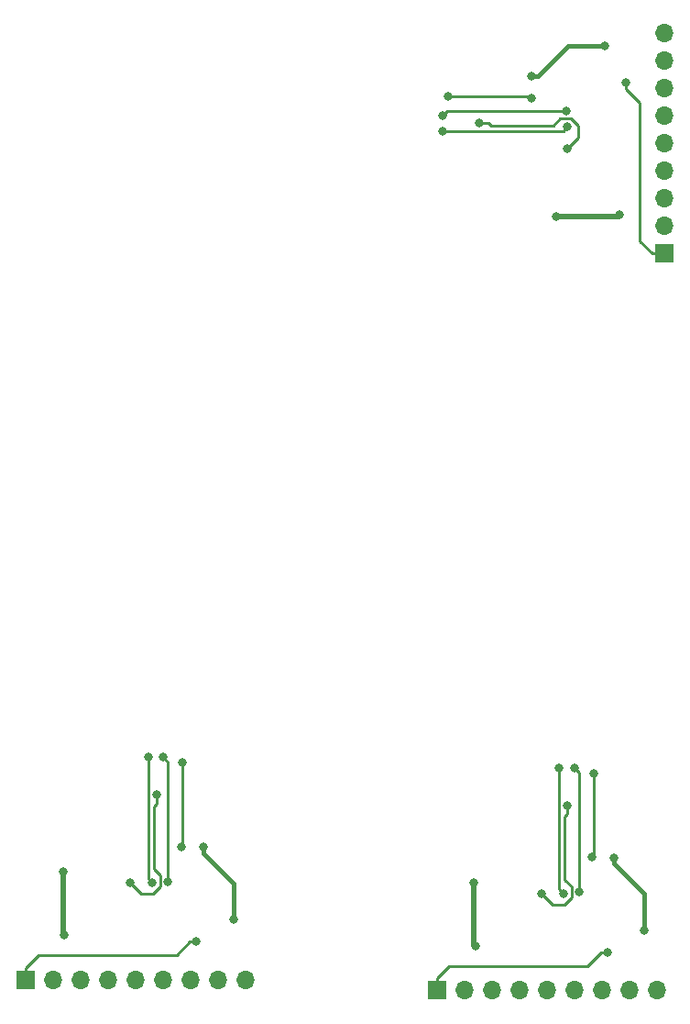
<source format=gbl>
%MOIN*%
%OFA0B0*%
%FSLAX46Y46*%
%IPPOS*%
%LPD*%
%ADD10R,0.066929133858267723X0.066929133858267723*%
%ADD11O,0.066929133858267723X0.066929133858267723*%
%ADD12C,0.031496062992125991*%
%ADD13C,0.01968503937007874*%
%ADD14C,0.00984251968503937*%
%ADD15C,0.015748031496062995*%
%ADD26R,0.066929133858267723X0.066929133858267723*%
%ADD27O,0.066929133858267723X0.066929133858267723*%
%ADD28C,0.031496062992125991*%
%ADD29C,0.01968503937007874*%
%ADD30C,0.00984251968503937*%
%ADD31C,0.015748031496062995*%
%ADD32R,0.066929133858267723X0.066929133858267723*%
%ADD33O,0.066929133858267723X0.066929133858267723*%
%ADD34C,0.031496062992125991*%
%ADD35C,0.01968503937007874*%
%ADD36C,0.00984251968503937*%
%ADD37C,0.015748031496062995*%
G01*
D10*
X-0004094488Y0004055118D02*
X0000314960Y0000118110D03*
D11*
X0000414960Y0000118110D03*
X0000514960Y0000118110D03*
X0000614960Y0000118110D03*
X0000714960Y0000118110D03*
X0000814960Y0000118110D03*
X0000914960Y0000118110D03*
X0001014960Y0000118110D03*
X0001114960Y0000118110D03*
D12*
X0000450511Y0000510118D03*
X0000455511Y0000280118D03*
X0000960511Y0000600118D03*
X0001070511Y0000335118D03*
X0000935039Y0000255905D03*
X0000885511Y0000905118D03*
X0000880511Y0000601574D03*
X0000832598Y0000474679D03*
X0000815511Y0000925118D03*
X0000695511Y0000470118D03*
X0000790511Y0000790118D03*
X0000775511Y0000470118D03*
X0000760511Y0000925118D03*
D13*
X0000450511Y0000510118D02*
X0000450511Y0000285118D01*
D14*
X0000450511Y0000285118D02*
X0000455511Y0000280118D01*
D15*
X0000960511Y0000577847D02*
X0001070511Y0000467847D01*
X0000960511Y0000600118D02*
X0000960511Y0000577847D01*
X0001070511Y0000467847D02*
X0001070511Y0000335118D01*
D14*
X0000912768Y0000255905D02*
X0000863555Y0000206692D01*
X0000935039Y0000255905D02*
X0000912768Y0000255905D01*
X0000314960Y0000161417D02*
X0000314960Y0000118110D01*
X0000360236Y0000206692D02*
X0000314960Y0000161417D01*
X0000863555Y0000206692D02*
X0000360236Y0000206692D01*
X0000885511Y0000905118D02*
X0000885511Y0000606574D01*
X0000885511Y0000606574D02*
X0000880511Y0000601574D01*
X0000832598Y0000908031D02*
X0000815511Y0000925118D01*
X0000832598Y0000855118D02*
X0000832598Y0000908031D01*
X0000832598Y0000855118D02*
X0000832598Y0000898031D01*
X0000832598Y0000474679D02*
X0000832598Y0000855118D01*
X0000790511Y0000757847D02*
X0000780511Y0000747847D01*
X0000790511Y0000780118D02*
X0000790511Y0000757847D01*
X0000780511Y0000747847D02*
X0000780511Y0000520118D01*
X0000804055Y0000456417D02*
X0000777755Y0000430118D01*
X0000780511Y0000520118D02*
X0000804055Y0000496574D01*
X0000804055Y0000496574D02*
X0000804055Y0000456417D01*
X0000777755Y0000430118D02*
X0000735511Y0000430118D01*
X0000735511Y0000430118D02*
X0000695511Y0000470118D01*
X0000790511Y0000790118D02*
X0000790511Y0000757847D01*
X0000760511Y0000879337D02*
X0000760511Y0000485118D01*
X0000760511Y0000485118D02*
X0000775511Y0000470118D01*
X0000760511Y0000879337D02*
X0000760511Y0000925118D01*
G04 next file*
G04 #@! TF.GenerationSoftware,KiCad,Pcbnew,(5.0.0)*
G04 #@! TF.CreationDate,2019-07-31T00:08:18+03:00*
G04 #@! TF.ProjectId,ST7789_V_FCP_Board,5354373738395F565F4643505F426F61,rev?*
G04 #@! TF.SameCoordinates,Original*
G04 #@! TF.FileFunction,Copper,L2,Bot,Signal*
G04 #@! TF.FilePolarity,Positive*
G04 Gerber Fmt 4.6, Leading zero omitted, Abs format (unit mm)*
G04 Created by KiCad (PCBNEW (5.0.0)) date 07/31/19 00:08:18*
G01*
G04 APERTURE LIST*
G04 #@! TA.AperFunction,ComponentPad*
G04 #@! TD*
G04 #@! TA.AperFunction,ComponentPad*
G04 #@! TD*
G04 #@! TA.AperFunction,ViaPad*
G04 #@! TD*
G04 #@! TA.AperFunction,Conductor*
G04 #@! TD*
G04 #@! TA.AperFunction,Conductor*
G04 #@! TD*
G04 #@! TA.AperFunction,Conductor*
G04 #@! TD*
G04 APERTURE END LIST*
D26*
G04 #@! TO.P,J1,1*
G04 #@! TO.N,VCC*
X-0002598425Y0004015748D02*
X0001811023Y0000078740D03*
D27*
G04 #@! TO.P,J1,2*
G04 #@! TO.N,GND*
X0001911023Y0000078740D03*
G04 #@! TO.P,J1,3*
G04 #@! TO.N,/RS*
X0002011023Y0000078740D03*
G04 #@! TO.P,J1,4*
G04 #@! TO.N,/SDA*
X0002111023Y0000078740D03*
G04 #@! TO.P,J1,5*
G04 #@! TO.N,/SCLK*
X0002211023Y0000078740D03*
G04 #@! TO.P,J1,6*
G04 #@! TO.N,/FMARK*
X0002311023Y0000078740D03*
G04 #@! TO.P,J1,7*
G04 #@! TO.N,/CS*
X0002411023Y0000078740D03*
G04 #@! TO.P,J1,8*
G04 #@! TO.N,/RESET*
X0002511023Y0000078740D03*
G04 #@! TO.P,J1,9*
G04 #@! TO.N,N/C*
X0002611023Y0000078740D03*
G04 #@! TD*
D28*
G04 #@! TO.N,GND*
X0001946574Y0000470747D03*
X0001951574Y0000240747D03*
X0002456574Y0000560747D03*
X0002566574Y0000295748D03*
G04 #@! TO.N,VCC*
X0002431102Y0000216535D03*
G04 #@! TO.N,/1.8V*
X0002381574Y0000865747D03*
X0002376574Y0000562204D03*
G04 #@! TO.N,/CS_1.8*
X0002328661Y0000435309D03*
X0002311574Y0000885748D03*
G04 #@! TO.N,/RS_1.8*
X0002191574Y0000430748D03*
X0002286574Y0000750748D03*
G04 #@! TO.N,/FMARK_1.8*
X0002271574Y0000430748D03*
X0002256574Y0000885748D03*
G04 #@! TD*
D29*
G04 #@! TO.N,GND*
X0001946574Y0000470747D02*
X0001946574Y0000245748D01*
D30*
X0001946574Y0000245748D02*
X0001951574Y0000240747D01*
D31*
X0002456574Y0000538476D02*
X0002566574Y0000428476D01*
X0002456574Y0000560747D02*
X0002456574Y0000538476D01*
X0002566574Y0000428476D02*
X0002566574Y0000295748D01*
D30*
G04 #@! TO.N,VCC*
X0002408831Y0000216535D02*
X0002359618Y0000167322D01*
X0002431102Y0000216535D02*
X0002408831Y0000216535D01*
X0001811023Y0000122047D02*
X0001811023Y0000078740D01*
X0001856299Y0000167322D02*
X0001811023Y0000122047D01*
X0002359618Y0000167322D02*
X0001856299Y0000167322D01*
G04 #@! TO.N,/1.8V*
X0002381574Y0000865747D02*
X0002381574Y0000567204D01*
X0002381574Y0000567204D02*
X0002376574Y0000562204D01*
G04 #@! TO.N,/CS_1.8*
X0002328661Y0000868661D02*
X0002311574Y0000885748D01*
X0002328661Y0000815748D02*
X0002328661Y0000868661D01*
X0002328661Y0000815748D02*
X0002328661Y0000858661D01*
X0002328661Y0000435309D02*
X0002328661Y0000815748D01*
G04 #@! TO.N,/RS_1.8*
X0002286574Y0000718476D02*
X0002276574Y0000708476D01*
X0002286574Y0000740747D02*
X0002286574Y0000718476D01*
X0002276574Y0000708476D02*
X0002276574Y0000480747D01*
X0002300118Y0000417047D02*
X0002273818Y0000390747D01*
X0002276574Y0000480747D02*
X0002300118Y0000457204D01*
X0002300118Y0000457204D02*
X0002300118Y0000417047D01*
X0002273818Y0000390747D02*
X0002231574Y0000390747D01*
X0002231574Y0000390747D02*
X0002191574Y0000430748D01*
X0002286574Y0000750748D02*
X0002286574Y0000718476D01*
G04 #@! TO.N,/FMARK_1.8*
X0002256574Y0000839966D02*
X0002256574Y0000445748D01*
X0002256574Y0000445748D02*
X0002271574Y0000430748D01*
X0002256574Y0000839966D02*
X0002256574Y0000885748D01*
G04 #@! TD*
G04 next file*
G04 #@! TF.GenerationSoftware,KiCad,Pcbnew,(5.0.0)*
G04 #@! TF.CreationDate,2019-07-31T00:08:18+03:00*
G04 #@! TF.ProjectId,ST7789_V_FCP_Board,5354373738395F565F4643505F426F61,rev?*
G04 #@! TF.SameCoordinates,Original*
G04 #@! TF.FileFunction,Copper,L2,Bot,Signal*
G04 #@! TF.FilePolarity,Positive*
G04 Gerber Fmt 4.6, Leading zero omitted, Abs format (unit mm)*
G04 Created by KiCad (PCBNEW (5.0.0)) date 07/31/19 00:08:18*
G01*
G04 APERTURE LIST*
G04 #@! TA.AperFunction,ComponentPad*
G04 #@! TD*
G04 #@! TA.AperFunction,ComponentPad*
G04 #@! TD*
G04 #@! TA.AperFunction,ViaPad*
G04 #@! TD*
G04 #@! TA.AperFunction,Conductor*
G04 #@! TD*
G04 #@! TA.AperFunction,Conductor*
G04 #@! TD*
G04 #@! TA.AperFunction,Conductor*
G04 #@! TD*
G04 APERTURE END LIST*
D32*
G04 #@! TO.P,J1,1*
G04 #@! TO.N,VCC*
X-0001299212Y-0001653543D02*
X0002637795Y0002755905D03*
D33*
G04 #@! TO.P,J1,2*
G04 #@! TO.N,GND*
X0002637795Y0002855905D03*
G04 #@! TO.P,J1,3*
G04 #@! TO.N,/RS*
X0002637795Y0002955905D03*
G04 #@! TO.P,J1,4*
G04 #@! TO.N,/SDA*
X0002637795Y0003055905D03*
G04 #@! TO.P,J1,5*
G04 #@! TO.N,/SCLK*
X0002637795Y0003155905D03*
G04 #@! TO.P,J1,6*
G04 #@! TO.N,/FMARK*
X0002637795Y0003255905D03*
G04 #@! TO.P,J1,7*
G04 #@! TO.N,/CS*
X0002637795Y0003355905D03*
G04 #@! TO.P,J1,8*
G04 #@! TO.N,/RESET*
X0002637795Y0003455905D03*
G04 #@! TO.P,J1,9*
G04 #@! TO.N,N/C*
X0002637795Y0003555905D03*
G04 #@! TD*
D34*
G04 #@! TO.N,GND*
X0002245787Y0002891456D03*
X0002475787Y0002896456D03*
X0002155787Y0003401456D03*
X0002420787Y0003511456D03*
G04 #@! TO.N,VCC*
X0002500000Y0003375984D03*
G04 #@! TO.N,/1.8V*
X0001850787Y0003326456D03*
X0002154330Y0003321456D03*
G04 #@! TO.N,/CS_1.8*
X0002281225Y0003273543D03*
X0001830787Y0003256456D03*
G04 #@! TO.N,/RS_1.8*
X0002285787Y0003136456D03*
X0001965787Y0003231456D03*
G04 #@! TO.N,/FMARK_1.8*
X0002285787Y0003216456D03*
X0001830787Y0003201456D03*
G04 #@! TD*
D35*
G04 #@! TO.N,GND*
X0002245787Y0002891456D02*
X0002470787Y0002891456D01*
D36*
X0002470787Y0002891456D02*
X0002475787Y0002896456D01*
D37*
X0002178058Y0003401456D02*
X0002288058Y0003511456D01*
X0002155787Y0003401456D02*
X0002178058Y0003401456D01*
X0002288058Y0003511456D02*
X0002420787Y0003511456D01*
D36*
G04 #@! TO.N,VCC*
X0002500000Y0003353713D02*
X0002549212Y0003304500D01*
X0002500000Y0003375984D02*
X0002500000Y0003353713D01*
X0002594488Y0002755905D02*
X0002637795Y0002755905D01*
X0002549212Y0002801181D02*
X0002594488Y0002755905D01*
X0002549212Y0003304500D02*
X0002549212Y0002801181D01*
G04 #@! TO.N,/1.8V*
X0001850787Y0003326456D02*
X0002149330Y0003326456D01*
X0002149330Y0003326456D02*
X0002154330Y0003321456D01*
G04 #@! TO.N,/CS_1.8*
X0001847874Y0003273543D02*
X0001830787Y0003256456D01*
X0001900787Y0003273543D02*
X0001847874Y0003273543D01*
X0001900787Y0003273543D02*
X0001857874Y0003273543D01*
X0002281225Y0003273543D02*
X0001900787Y0003273543D01*
G04 #@! TO.N,/RS_1.8*
X0001998058Y0003231456D02*
X0002008058Y0003221456D01*
X0001975787Y0003231456D02*
X0001998058Y0003231456D01*
X0002008058Y0003221456D02*
X0002235787Y0003221456D01*
X0002299488Y0003245000D02*
X0002325787Y0003218700D01*
X0002235787Y0003221456D02*
X0002259330Y0003245000D01*
X0002259330Y0003245000D02*
X0002299488Y0003245000D01*
X0002325787Y0003218700D02*
X0002325787Y0003176456D01*
X0002325787Y0003176456D02*
X0002285787Y0003136456D01*
X0001965787Y0003231456D02*
X0001998058Y0003231456D01*
G04 #@! TO.N,/FMARK_1.8*
X0001876568Y0003201456D02*
X0002270787Y0003201456D01*
X0002270787Y0003201456D02*
X0002285787Y0003216456D01*
X0001876568Y0003201456D02*
X0001830787Y0003201456D01*
G04 #@! TD*
M02*
</source>
